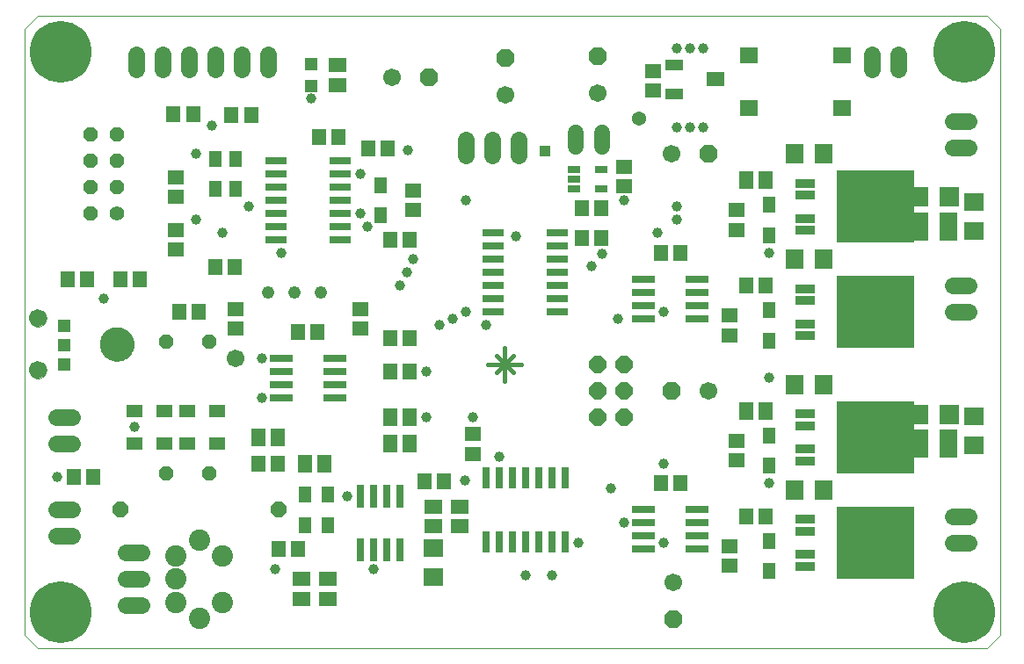
<source format=gts>
G75*
%MOIN*%
%OFA0B0*%
%FSLAX24Y24*%
%IPPOS*%
%LPD*%
%AMOC8*
5,1,8,0,0,1.08239X$1,22.5*
%
%ADD10C,0.0000*%
%ADD11C,0.0150*%
%ADD12R,0.0840X0.0300*%
%ADD13R,0.0300X0.0840*%
%ADD14R,0.0552X0.0631*%
%ADD15R,0.0631X0.0552*%
%ADD16R,0.0512X0.0631*%
%ADD17R,0.0906X0.0276*%
%ADD18R,0.0631X0.0512*%
%ADD19OC8,0.0560*%
%ADD20C,0.0560*%
%ADD21R,0.0670X0.0552*%
%ADD22R,0.0552X0.0670*%
%ADD23OC8,0.0600*%
%ADD24R,0.0670X0.1103*%
%ADD25R,0.0670X0.0749*%
%ADD26R,0.0749X0.0670*%
%ADD27R,0.0749X0.0749*%
%ADD28OC8,0.0640*%
%ADD29C,0.0640*%
%ADD30R,0.0516X0.0516*%
%ADD31C,0.0670*%
%ADD32C,0.1300*%
%ADD33R,0.0276X0.0906*%
%ADD34R,0.0709X0.0631*%
%ADD35C,0.0480*%
%ADD36C,0.0634*%
%ADD37OC8,0.0670*%
%ADD38C,0.0670*%
%ADD39C,0.0808*%
%ADD40R,0.0512X0.0512*%
%ADD41R,0.0512X0.0257*%
%ADD42R,0.0720X0.0355*%
%ADD43R,0.2940X0.2740*%
%ADD44C,0.2340*%
%ADD45C,0.0600*%
%ADD46R,0.0670X0.0394*%
%ADD47C,0.0540*%
%ADD48C,0.0396*%
%ADD49R,0.0396X0.0396*%
D10*
X005830Y001251D02*
X006330Y000751D01*
X042330Y000751D01*
X042830Y001251D01*
X042830Y024251D01*
X042330Y024751D01*
X006330Y024751D01*
X005830Y024251D01*
X005830Y001251D01*
X006031Y011306D02*
X006033Y011341D01*
X006039Y011376D01*
X006049Y011410D01*
X006062Y011443D01*
X006079Y011474D01*
X006100Y011502D01*
X006123Y011529D01*
X006150Y011552D01*
X006178Y011573D01*
X006209Y011590D01*
X006242Y011603D01*
X006276Y011613D01*
X006311Y011619D01*
X006346Y011621D01*
X006381Y011619D01*
X006416Y011613D01*
X006450Y011603D01*
X006483Y011590D01*
X006514Y011573D01*
X006542Y011552D01*
X006569Y011529D01*
X006592Y011502D01*
X006613Y011474D01*
X006630Y011443D01*
X006643Y011410D01*
X006653Y011376D01*
X006659Y011341D01*
X006661Y011306D01*
X006659Y011271D01*
X006653Y011236D01*
X006643Y011202D01*
X006630Y011169D01*
X006613Y011138D01*
X006592Y011110D01*
X006569Y011083D01*
X006542Y011060D01*
X006514Y011039D01*
X006483Y011022D01*
X006450Y011009D01*
X006416Y010999D01*
X006381Y010993D01*
X006346Y010991D01*
X006311Y010993D01*
X006276Y010999D01*
X006242Y011009D01*
X006209Y011022D01*
X006178Y011039D01*
X006150Y011060D01*
X006123Y011083D01*
X006100Y011110D01*
X006079Y011138D01*
X006062Y011169D01*
X006049Y011202D01*
X006039Y011236D01*
X006033Y011271D01*
X006031Y011306D01*
X006031Y013274D02*
X006033Y013309D01*
X006039Y013344D01*
X006049Y013378D01*
X006062Y013411D01*
X006079Y013442D01*
X006100Y013470D01*
X006123Y013497D01*
X006150Y013520D01*
X006178Y013541D01*
X006209Y013558D01*
X006242Y013571D01*
X006276Y013581D01*
X006311Y013587D01*
X006346Y013589D01*
X006381Y013587D01*
X006416Y013581D01*
X006450Y013571D01*
X006483Y013558D01*
X006514Y013541D01*
X006542Y013520D01*
X006569Y013497D01*
X006592Y013470D01*
X006613Y013442D01*
X006630Y013411D01*
X006643Y013378D01*
X006653Y013344D01*
X006659Y013309D01*
X006661Y013274D01*
X006659Y013239D01*
X006653Y013204D01*
X006643Y013170D01*
X006630Y013137D01*
X006613Y013106D01*
X006592Y013078D01*
X006569Y013051D01*
X006542Y013028D01*
X006514Y013007D01*
X006483Y012990D01*
X006450Y012977D01*
X006416Y012967D01*
X006381Y012961D01*
X006346Y012959D01*
X006311Y012961D01*
X006276Y012967D01*
X006242Y012977D01*
X006209Y012990D01*
X006178Y013007D01*
X006150Y013028D01*
X006123Y013051D01*
X006100Y013078D01*
X006079Y013106D01*
X006062Y013137D01*
X006049Y013170D01*
X006039Y013204D01*
X006033Y013239D01*
X006031Y013274D01*
X008708Y012290D02*
X008710Y012340D01*
X008716Y012390D01*
X008726Y012439D01*
X008740Y012487D01*
X008757Y012534D01*
X008778Y012579D01*
X008803Y012623D01*
X008831Y012664D01*
X008863Y012703D01*
X008897Y012740D01*
X008934Y012774D01*
X008974Y012804D01*
X009016Y012831D01*
X009060Y012855D01*
X009106Y012876D01*
X009153Y012892D01*
X009201Y012905D01*
X009251Y012914D01*
X009300Y012919D01*
X009351Y012920D01*
X009401Y012917D01*
X009450Y012910D01*
X009499Y012899D01*
X009547Y012884D01*
X009593Y012866D01*
X009638Y012844D01*
X009681Y012818D01*
X009722Y012789D01*
X009761Y012757D01*
X009797Y012722D01*
X009829Y012684D01*
X009859Y012644D01*
X009886Y012601D01*
X009909Y012557D01*
X009928Y012511D01*
X009944Y012463D01*
X009956Y012414D01*
X009964Y012365D01*
X009968Y012315D01*
X009968Y012265D01*
X009964Y012215D01*
X009956Y012166D01*
X009944Y012117D01*
X009928Y012069D01*
X009909Y012023D01*
X009886Y011979D01*
X009859Y011936D01*
X009829Y011896D01*
X009797Y011858D01*
X009761Y011823D01*
X009722Y011791D01*
X009681Y011762D01*
X009638Y011736D01*
X009593Y011714D01*
X009547Y011696D01*
X009499Y011681D01*
X009450Y011670D01*
X009401Y011663D01*
X009351Y011660D01*
X009300Y011661D01*
X009251Y011666D01*
X009201Y011675D01*
X009153Y011688D01*
X009106Y011704D01*
X009060Y011725D01*
X009016Y011749D01*
X008974Y011776D01*
X008934Y011806D01*
X008897Y011840D01*
X008863Y011877D01*
X008831Y011916D01*
X008803Y011957D01*
X008778Y012001D01*
X008757Y012046D01*
X008740Y012093D01*
X008726Y012141D01*
X008716Y012190D01*
X008710Y012240D01*
X008708Y012290D01*
D11*
X023409Y011528D02*
X024683Y011528D01*
X024364Y011210D02*
X023727Y011847D01*
X024046Y012165D02*
X024046Y010891D01*
X023727Y011210D02*
X024364Y011847D01*
D12*
X023620Y013501D03*
X023620Y014001D03*
X023620Y014501D03*
X023620Y015001D03*
X023620Y015501D03*
X023620Y016001D03*
X023620Y016501D03*
X026040Y016501D03*
X026040Y016001D03*
X026040Y015501D03*
X026040Y015001D03*
X026040Y014501D03*
X026040Y014001D03*
X026040Y013501D03*
X017790Y016251D03*
X017790Y016751D03*
X017790Y017251D03*
X017790Y017751D03*
X017790Y018251D03*
X017790Y018751D03*
X017790Y019251D03*
X015370Y019251D03*
X015370Y018751D03*
X015370Y018251D03*
X015370Y017751D03*
X015370Y017251D03*
X015370Y016751D03*
X015370Y016251D03*
D13*
X023330Y007211D03*
X023830Y007211D03*
X024330Y007211D03*
X024830Y007211D03*
X025330Y007211D03*
X025830Y007211D03*
X026330Y007211D03*
X026330Y004791D03*
X025830Y004791D03*
X025330Y004791D03*
X024830Y004791D03*
X024330Y004791D03*
X023830Y004791D03*
X023330Y004791D03*
D14*
X021744Y007091D03*
X020996Y007091D03*
X016204Y004501D03*
X015456Y004501D03*
X015454Y007751D03*
X014706Y007751D03*
X019706Y011251D03*
X020454Y011251D03*
X020454Y012501D03*
X019706Y012501D03*
X016954Y012751D03*
X016206Y012751D03*
X012454Y013501D03*
X011706Y013501D03*
X010204Y014751D03*
X009456Y014751D03*
X008204Y014751D03*
X007456Y014751D03*
X013056Y015201D03*
X013804Y015201D03*
X019706Y016251D03*
X020454Y016251D03*
X019604Y019701D03*
X018856Y019701D03*
X017754Y020151D03*
X017006Y020151D03*
X014434Y020981D03*
X013686Y020981D03*
X012234Y021001D03*
X011486Y021001D03*
X026956Y017451D03*
X027704Y017451D03*
X027704Y016301D03*
X026956Y016301D03*
X029956Y015751D03*
X030704Y015751D03*
X033206Y014501D03*
X033954Y014501D03*
X030704Y007001D03*
X029956Y007001D03*
X033206Y005751D03*
X033954Y005751D03*
X008454Y007251D03*
X007706Y007251D03*
D15*
X013830Y012877D03*
X013830Y013625D03*
X011580Y015877D03*
X011580Y016625D03*
X011580Y017877D03*
X011580Y018625D03*
X018580Y013625D03*
X018580Y012877D03*
X022830Y008875D03*
X022830Y008127D03*
X032830Y007877D03*
X032830Y008625D03*
X032580Y004625D03*
X032580Y003877D03*
X032580Y012627D03*
X032580Y013375D03*
X032830Y016627D03*
X032830Y017375D03*
X028580Y018277D03*
X028580Y019025D03*
X029673Y021916D03*
X029673Y022664D03*
X020580Y018125D03*
X020580Y017377D03*
D16*
X019330Y017180D03*
X019330Y018322D03*
X013830Y018180D03*
X013080Y018180D03*
X013080Y019322D03*
X013830Y019322D03*
X034080Y017572D03*
X034080Y016430D03*
X034080Y013572D03*
X034080Y012430D03*
X034080Y008822D03*
X034080Y007680D03*
X034080Y004822D03*
X034080Y003680D03*
X017330Y005430D03*
X016455Y005430D03*
X016455Y006572D03*
X017330Y006572D03*
D17*
X017604Y010251D03*
X017604Y010751D03*
X017604Y011251D03*
X017604Y011751D03*
X015556Y011751D03*
X015556Y011251D03*
X015556Y010751D03*
X015556Y010251D03*
X029306Y013251D03*
X029306Y013751D03*
X029306Y014251D03*
X029306Y014751D03*
X031354Y014751D03*
X031354Y014251D03*
X031354Y013751D03*
X031354Y013251D03*
X031354Y006001D03*
X031354Y005501D03*
X031354Y005001D03*
X031354Y004501D03*
X029306Y004501D03*
X029306Y005001D03*
X029306Y005501D03*
X029306Y006001D03*
D18*
X013151Y008501D03*
X012009Y008501D03*
X011151Y008501D03*
X010009Y008501D03*
X010009Y009751D03*
X011151Y009751D03*
X012009Y009751D03*
X013151Y009751D03*
D19*
X012830Y007376D03*
X011205Y007376D03*
X011205Y012376D03*
X012830Y012376D03*
X008330Y017251D03*
X008330Y018251D03*
X009330Y018251D03*
X009330Y019251D03*
X008330Y019251D03*
X008330Y020251D03*
X009330Y020251D03*
D20*
X009330Y017251D03*
D21*
X017705Y022127D03*
X017705Y022875D03*
X032036Y022344D03*
X022330Y006125D03*
X021330Y006125D03*
X021330Y005377D03*
X022330Y005377D03*
X017330Y003375D03*
X017330Y002627D03*
X016330Y002627D03*
X016330Y003375D03*
D22*
X016456Y007751D03*
X017204Y007751D03*
X015454Y008751D03*
X014706Y008751D03*
X019706Y008501D03*
X020454Y008501D03*
X020454Y009501D03*
X019706Y009501D03*
X033206Y009751D03*
X033954Y009751D03*
X033954Y018501D03*
X033206Y018501D03*
D23*
X015455Y006001D03*
X009455Y006001D03*
D24*
X039779Y008501D03*
X040881Y008501D03*
X040881Y016751D03*
X039779Y016751D03*
D25*
X036131Y015501D03*
X035029Y015501D03*
X035029Y019501D03*
X036131Y019501D03*
X036131Y010751D03*
X035029Y010751D03*
X035029Y006751D03*
X036131Y006751D03*
D26*
X041830Y008450D03*
X041830Y009552D03*
X041830Y016575D03*
X041830Y017677D03*
X021330Y004552D03*
X021330Y003450D03*
D27*
X039740Y009626D03*
X040920Y009626D03*
X040920Y017876D03*
X039740Y017876D03*
D28*
X028580Y011501D03*
X027580Y011501D03*
X027580Y010501D03*
X028580Y010501D03*
X028580Y009501D03*
X027580Y009501D03*
D29*
X024580Y019451D02*
X024580Y020051D01*
X023580Y020051D02*
X023580Y019451D01*
X022580Y019451D02*
X022580Y020051D01*
X010255Y004376D02*
X009655Y004376D01*
X009655Y003376D02*
X010255Y003376D01*
X010255Y002376D02*
X009655Y002376D01*
D30*
X007330Y011503D03*
X007330Y012251D03*
X007330Y012999D03*
D31*
X006346Y013274D03*
X006346Y011306D03*
X013830Y011751D03*
D32*
X009338Y012290D03*
D33*
X018580Y006524D03*
X019080Y006524D03*
X019580Y006524D03*
X020080Y006524D03*
X020080Y004477D03*
X019580Y004477D03*
X019080Y004477D03*
X018580Y004477D03*
D34*
X033308Y021247D03*
X033308Y023255D03*
X036852Y023255D03*
X036852Y021247D03*
D35*
X017080Y014251D03*
X016080Y014251D03*
X015080Y014251D03*
D36*
X007627Y009501D02*
X007033Y009501D01*
X007033Y008501D02*
X007627Y008501D01*
X007627Y006001D02*
X007033Y006001D01*
X007033Y005001D02*
X007627Y005001D01*
X010080Y022704D02*
X010080Y023298D01*
X011080Y023298D02*
X011080Y022704D01*
X012080Y022704D02*
X012080Y023298D01*
X013080Y023298D02*
X013080Y022704D01*
X014080Y022704D02*
X014080Y023298D01*
X015080Y023298D02*
X015080Y022704D01*
X037980Y022704D02*
X037980Y023298D01*
X038980Y023298D02*
X038980Y022704D01*
X041033Y020751D02*
X041627Y020751D01*
X041627Y019751D02*
X041033Y019751D01*
X041033Y014501D02*
X041627Y014501D01*
X041627Y013501D02*
X041033Y013501D01*
X041033Y005751D02*
X041627Y005751D01*
X041627Y004751D02*
X041033Y004751D01*
D37*
X030430Y001851D03*
X030380Y010501D03*
X031780Y019501D03*
X027580Y023201D03*
X024080Y023151D03*
X021180Y022426D03*
D38*
X019780Y022426D03*
X024080Y021751D03*
X027580Y021801D03*
X030380Y019501D03*
X031780Y010501D03*
X030430Y003251D03*
D39*
X013341Y002490D03*
X012455Y001899D03*
X011569Y002490D03*
X011569Y003376D03*
X011569Y004262D03*
X012455Y004852D03*
X013341Y004262D03*
D40*
X016705Y022087D03*
X016705Y022914D03*
D41*
X026668Y018925D03*
X026668Y018551D03*
X026668Y018177D03*
X027692Y018177D03*
X027692Y018925D03*
D42*
X035450Y018398D03*
X035450Y017950D03*
X035450Y017052D03*
X035450Y016603D03*
X035450Y014398D03*
X035450Y013950D03*
X035450Y013052D03*
X035450Y012603D03*
X035450Y009648D03*
X035450Y009200D03*
X035450Y008302D03*
X035450Y007853D03*
X035450Y005648D03*
X035450Y005200D03*
X035450Y004302D03*
X035450Y003853D03*
D43*
X038092Y004751D03*
X038092Y008751D03*
X038092Y013501D03*
X038092Y017501D03*
D44*
X041455Y023376D03*
X007205Y023376D03*
X007205Y002126D03*
X041455Y002126D03*
D45*
X027730Y019771D02*
X027730Y020331D01*
X026730Y020331D02*
X026730Y019771D01*
D46*
X030461Y021793D03*
X030461Y022895D03*
D47*
X029130Y020851D03*
D48*
X030580Y020501D03*
X031080Y020501D03*
X031580Y020501D03*
X028580Y017751D03*
X030580Y017501D03*
X030580Y017001D03*
X029830Y016501D03*
X027730Y015701D03*
X027330Y015251D03*
X024455Y016376D03*
X022580Y017751D03*
X020380Y019651D03*
X018580Y018751D03*
X018580Y017251D03*
X018830Y016751D03*
X020580Y015501D03*
X020330Y015001D03*
X020080Y014501D03*
X022080Y013251D03*
X022580Y013501D03*
X023330Y013001D03*
X021580Y013001D03*
X021080Y011251D03*
X021080Y009501D03*
X022830Y009501D03*
X023830Y008001D03*
X022530Y007101D03*
X026830Y004751D03*
X028555Y005501D03*
X030080Y004751D03*
X028080Y006826D03*
X030080Y007751D03*
X034080Y007001D03*
X034080Y011001D03*
X030080Y013501D03*
X028330Y013251D03*
X034080Y015751D03*
X031580Y023501D03*
X031080Y023501D03*
X030580Y023501D03*
X016705Y021626D03*
X012940Y020576D03*
X012330Y019501D03*
X014330Y017501D03*
X013330Y016501D03*
X012330Y017001D03*
X015580Y015751D03*
X014830Y011751D03*
X014830Y010251D03*
X010010Y009141D03*
X007080Y007251D03*
X015330Y003751D03*
X019080Y003751D03*
X018080Y006501D03*
X024830Y003501D03*
X025830Y003501D03*
X008830Y014001D03*
D49*
X025581Y019625D03*
M02*

</source>
